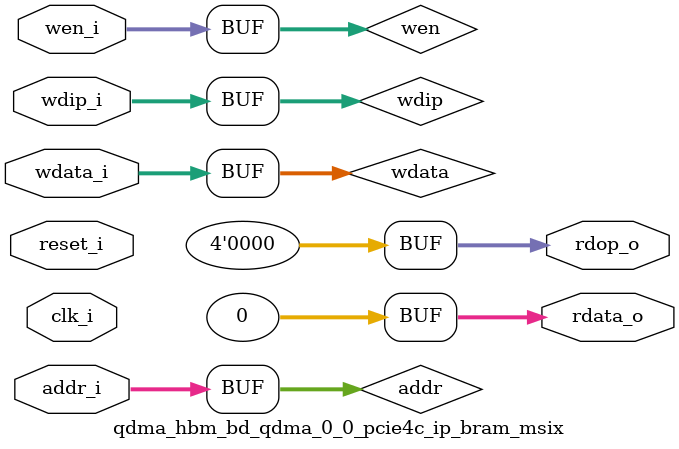
<source format=v>
`timescale 1ps/1ps

(* DowngradeIPIdentifiedWarnings = "yes" *)
module qdma_hbm_bd_qdma_0_0_pcie4c_ip_bram_msix #(

  parameter           TCQ = 100
, parameter           TO_RAM_PIPELINE="FALSE"
, parameter           FROM_RAM_PIPELINE="FALSE"
, parameter           MSIX_CAP_TABLE_SIZE=11'h0
, parameter           MSIX_TABLE_RAM_ENABLE="FALSE"

  ) (

  input  wire         clk_i,
  input  wire         reset_i,

  input  wire  [12:0] addr_i,
  input  wire  [31:0] wdata_i,
  input  wire   [3:0] wdip_i,
  input  wire   [3:0] wen_i,
  output wire  [31:0] rdata_o,
  output wire   [3:0] rdop_o

  );

  // WIP : Use Total number of functions (PFs + VFs) to calculate the NUM_BRAM_4K
  localparam integer NUM_BRAM_4K = (MSIX_TABLE_RAM_ENABLE == "TRUE") ? 8 : 0 ;
 

  reg          [12:0] addr;
  reg          [12:0] addr_p0;
  reg          [12:0] addr_p1;
  reg          [31:0] wdata;
  reg           [3:0] wdip;
  reg           [3:0] wen;
  reg          [31:0] reg_rdata;
  reg           [3:0] reg_rdop;
  wire         [31:0] rdata;
  wire          [3:0] rdop;
  genvar              i;
  wire    [(8*4)-1:0] bram_4k_wen;
  wire   [(8*32)-1:0] rdata_t;
  wire    [(8*4)-1:0] rdop_t;

  //
  // Optional input pipe stages
  //
  generate

    if (TO_RAM_PIPELINE == "TRUE") begin : TORAMPIPELINE

      always @(posedge clk_i) begin
     
        if (reset_i) begin

          addr <= #(TCQ) 13'b0;
          wdata <= #(TCQ) 32'b0;
          wdip <= #(TCQ) 4'b0;
          wen <= #(TCQ) 4'b0;

        end else begin

          addr <= #(TCQ) addr_i;
          wdata <= #(TCQ) wdata_i;
          wdip <= #(TCQ) wdip_i;
          wen <= #(TCQ) wen_i;

        end

      end

    end else begin : NOTORAMPIPELINE

      always @(*) begin

          addr = addr_i;
          wdata = wdata_i;
          wdip = wdip_i;
          wen = wen_i;

      end


    end

  endgenerate

  // 
  // Address pipeline
  //
  always @(posedge clk_i) begin
     
    if (reset_i) begin

      addr_p0 <= #(TCQ) 13'b0;
      addr_p1 <= #(TCQ) 13'b0;

    end else begin

      addr_p0 <= #(TCQ) addr;
      addr_p1 <= #(TCQ) addr_p0;

    end

  end

  //
  // Optional output pipe stages
  //
  generate

    if (FROM_RAM_PIPELINE == "TRUE") begin : FRMRAMPIPELINE


      always @(posedge clk_i) begin
     
        if (reset_i) begin

          reg_rdata <= #(TCQ) 32'b0;
          reg_rdop <= #(TCQ) 4'b0;

        end else begin

          case (addr_p1[12:10]) 
            3'b000 : begin
              reg_rdata <= #(TCQ) rdata_t[(32*(0))+31:(32*(0))+0];
              reg_rdop <= #(TCQ) rdop_t[(4*(0))+3:(4*(0))+0];
            end
            3'b001 : begin
              reg_rdata <= #(TCQ) rdata_t[(32*(1))+31:(32*(1))+0];
              reg_rdop <= #(TCQ) rdop_t[(4*(1))+3:(4*(1))+0];
            end
            3'b010 : begin
              reg_rdata <= #(TCQ) rdata_t[(32*(2))+31:(32*(2))+0];
              reg_rdop <= #(TCQ) rdop_t[(4*(2))+3:(4*(2))+0];
            end
            3'b011 : begin
              reg_rdata <= #(TCQ) rdata_t[(32*(3))+31:(32*(3))+0];
              reg_rdop <= #(TCQ) rdop_t[(4*(3))+3:(4*(3))+0];
            end
            3'b100 : begin
              reg_rdata <= #(TCQ) rdata_t[(32*(4))+31:(32*(4))+0];
              reg_rdop <= #(TCQ) rdop_t[(4*(4))+3:(4*(4))+0];
            end
            3'b101 : begin
              reg_rdata <= #(TCQ) rdata_t[(32*(5))+31:(32*(5))+0];
              reg_rdop <= #(TCQ) rdop_t[(4*(5))+3:(4*(5))+0];
            end
            3'b110 : begin
              reg_rdata <= #(TCQ) rdata_t[(32*(6))+31:(32*(6))+0];
              reg_rdop <= #(TCQ) rdop_t[(4*(6))+3:(4*(6))+0];
            end
            3'b111 : begin
              reg_rdata <= #(TCQ) rdata_t[(32*(7))+31:(32*(7))+0];
              reg_rdop <= #(TCQ) rdop_t[(4*(7))+3:(4*(7))+0];
            end
          endcase

        end

      end

    end else begin : NOFRMRAMPIPELINE

      always @(*) begin

          case (addr_p1[12:10]) 
            3'b000 : begin
              reg_rdata <= #(TCQ) rdata_t[(32*(0))+31:(32*(0))+0];
              reg_rdop <= #(TCQ) rdop_t[(4*(0))+3:(4*(0))+0];
            end
            3'b001 : begin
              reg_rdata <= #(TCQ) rdata_t[(32*(1))+31:(32*(1))+0];
              reg_rdop <= #(TCQ) rdop_t[(4*(1))+3:(4*(1))+0];
            end
            3'b010 : begin
              reg_rdata <= #(TCQ) rdata_t[(32*(2))+31:(32*(2))+0];
              reg_rdop <= #(TCQ) rdop_t[(4*(2))+3:(4*(2))+0];
            end
            3'b011 : begin
              reg_rdata <= #(TCQ) rdata_t[(32*(3))+31:(32*(3))+0];
              reg_rdop <= #(TCQ) rdop_t[(4*(3))+3:(4*(3))+0];
            end
            3'b100 : begin
              reg_rdata <= #(TCQ) rdata_t[(32*(4))+31:(32*(4))+0];
              reg_rdop <= #(TCQ) rdop_t[(4*(4))+3:(4*(4))+0];
            end
            3'b101 : begin
              reg_rdata <= #(TCQ) rdata_t[(32*(5))+31:(32*(5))+0];
              reg_rdop <= #(TCQ) rdop_t[(4*(5))+3:(4*(5))+0];
            end
            3'b110 : begin
              reg_rdata <= #(TCQ) rdata_t[(32*(6))+31:(32*(6))+0];
              reg_rdop <= #(TCQ) rdop_t[(4*(6))+3:(4*(6))+0];
            end
            3'b111 : begin
              reg_rdata <= #(TCQ) rdata_t[(32*(7))+31:(32*(7))+0];
              reg_rdop <= #(TCQ) rdop_t[(4*(7))+3:(4*(7))+0];
            end
          endcase

      end

    end
  
  endgenerate

  assign rdata_o = (MSIX_TABLE_RAM_ENABLE == "TRUE") ?  reg_rdata : 32'h0;
  assign rdop_o = (MSIX_TABLE_RAM_ENABLE == "TRUE") ? reg_rdop : 4'h0;

  generate 
  
    for (i=0; i<NUM_BRAM_4K; i=i+1) begin : BRAM4K

      qdma_hbm_bd_qdma_0_0_pcie4c_ip_bram_4k_int #(
          .TCQ(TCQ)
        )
        bram_4k_int (
    
          .clk_i (clk_i),
          .reset_i (reset_i),
    
          .addr_i(addr[9:0]),
          .wdata_i(wdata),
          .wdip_i(wdip),
          .wen_i(bram_4k_wen[(4*(i))+3:(4*(i))+0]),
          .rdata_o(rdata_t[(32*i)+31:(32*i)+0]),
          .rdop_o(rdop_t[(4*i)+3:(4*i)+0]),
          .baddr_i(10'b0),
          .brdata_o()

      );
      assign bram_4k_wen[(4*(i))+3:(4*(i))+0] = wen & {4{(i == addr[12:10])}};  
      
    end

  endgenerate

endmodule

</source>
